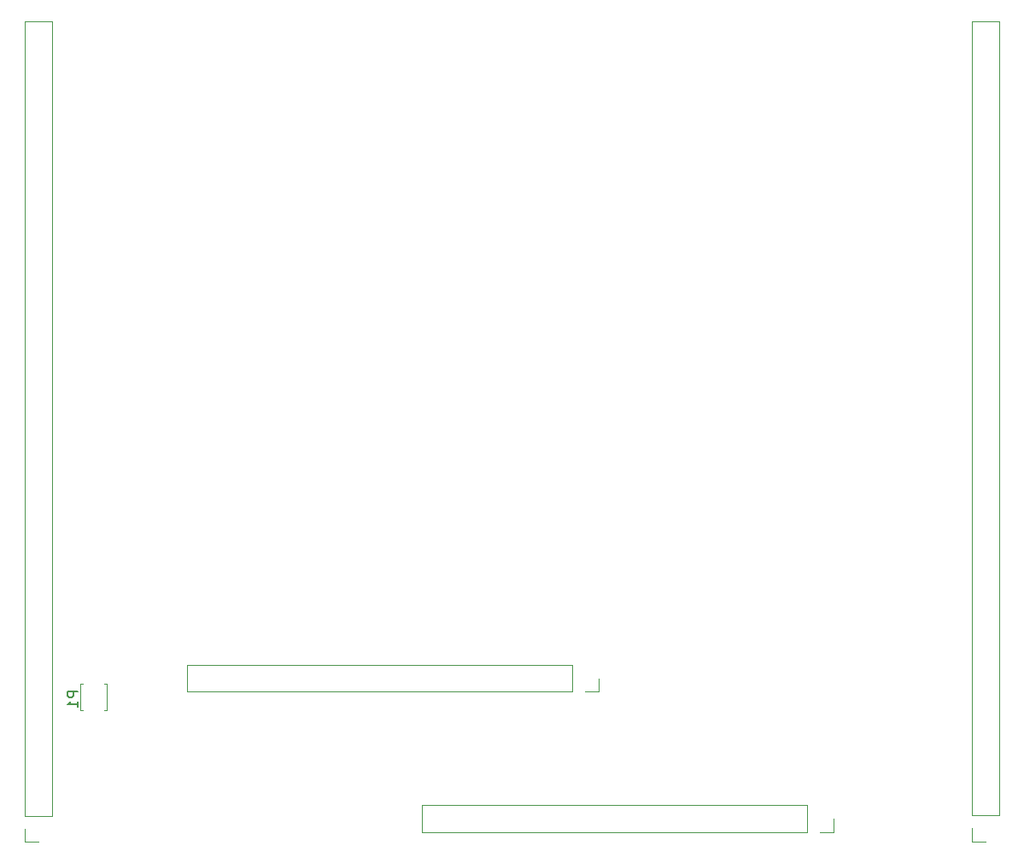
<source format=gbr>
%TF.GenerationSoftware,KiCad,Pcbnew,7.0.8*%
%TF.CreationDate,2024-05-13T00:37:04+01:00*%
%TF.ProjectId,Polygonus-Universal-Base,506f6c79-676f-46e7-9573-2d556e697665,rev?*%
%TF.SameCoordinates,Original*%
%TF.FileFunction,Legend,Bot*%
%TF.FilePolarity,Positive*%
%FSLAX46Y46*%
G04 Gerber Fmt 4.6, Leading zero omitted, Abs format (unit mm)*
G04 Created by KiCad (PCBNEW 7.0.8) date 2024-05-13 00:37:04*
%MOMM*%
%LPD*%
G01*
G04 APERTURE LIST*
%ADD10C,0.150000*%
%ADD11C,0.120000*%
%ADD12R,1.700000X1.700000*%
%ADD13O,1.700000X1.700000*%
%ADD14R,1.600000X1.600000*%
%ADD15C,1.600000*%
%ADD16C,1.700000*%
%ADD17C,1.524000*%
%ADD18O,1.600000X1.600000*%
%ADD19C,2.780000*%
%ADD20C,4.000000*%
%ADD21C,2.200000*%
%ADD22C,3.500000*%
%ADD23R,1.350000X1.350000*%
%ADD24O,1.350000X1.350000*%
G04 APERTURE END LIST*
D10*
X91674754Y-118466368D02*
X90674754Y-118466368D01*
X90674754Y-118466368D02*
X90674754Y-118847320D01*
X90674754Y-118847320D02*
X90722373Y-118942558D01*
X90722373Y-118942558D02*
X90769992Y-118990177D01*
X90769992Y-118990177D02*
X90865230Y-119037796D01*
X90865230Y-119037796D02*
X91008087Y-119037796D01*
X91008087Y-119037796D02*
X91103325Y-118990177D01*
X91103325Y-118990177D02*
X91150944Y-118942558D01*
X91150944Y-118942558D02*
X91198563Y-118847320D01*
X91198563Y-118847320D02*
X91198563Y-118466368D01*
X91674754Y-119990177D02*
X91674754Y-119418749D01*
X91674754Y-119704463D02*
X90674754Y-119704463D01*
X90674754Y-119704463D02*
X90817611Y-119609225D01*
X90817611Y-119609225D02*
X90912849Y-119513987D01*
X90912849Y-119513987D02*
X90960468Y-119418749D01*
D11*
%TO.C,P1*%
X91888000Y-120329000D02*
X91888000Y-117669000D01*
X92182462Y-117669000D02*
X91888000Y-117669000D01*
X92193627Y-120329000D02*
X91888000Y-120329000D01*
X94242373Y-117669000D02*
X94548000Y-117669000D01*
X94253538Y-120329000D02*
X94548000Y-120329000D01*
X94548000Y-117669000D02*
X94548000Y-120329000D01*
%TO.C,J2*%
X183002763Y-130742059D02*
X183002763Y-51942059D01*
X180342763Y-133342059D02*
X181672763Y-133342059D01*
X180342763Y-132012059D02*
X180342763Y-133342059D01*
X180342763Y-130742059D02*
X183002763Y-130742059D01*
X180342763Y-130742059D02*
X180342763Y-51942059D01*
X180342763Y-51942059D02*
X183002763Y-51942059D01*
X166560080Y-132356287D02*
X166560080Y-131026287D01*
X165230080Y-132356287D02*
X166560080Y-132356287D01*
X163960080Y-132356287D02*
X163960080Y-129696287D01*
X163960080Y-132356287D02*
X125800080Y-132356287D01*
X163960080Y-129696287D02*
X125800080Y-129696287D01*
X143283794Y-118464404D02*
X143283794Y-117134404D01*
X141953794Y-118464404D02*
X143283794Y-118464404D01*
X140683794Y-118464404D02*
X140683794Y-115804404D01*
X140683794Y-118464404D02*
X102523794Y-118464404D01*
X140683794Y-115804404D02*
X102523794Y-115804404D01*
X125800080Y-132356287D02*
X125800080Y-129696287D01*
X102523794Y-118464404D02*
X102523794Y-115804404D01*
X89090080Y-130747154D02*
X89090080Y-51947154D01*
X86430080Y-133347154D02*
X87760080Y-133347154D01*
X86430080Y-132017154D02*
X86430080Y-133347154D01*
X86430080Y-130747154D02*
X89090080Y-130747154D01*
X86430080Y-130747154D02*
X86430080Y-51947154D01*
X86430080Y-51947154D02*
X89090080Y-51947154D01*
%TD*%
%LPC*%
D12*
%TO.C,J5*%
X93888235Y-91017793D03*
D13*
X93888235Y-93557793D03*
X93888235Y-96097793D03*
X93888235Y-98637793D03*
X93888235Y-101177793D03*
X93888235Y-103717793D03*
X93888235Y-106257793D03*
%TD*%
D14*
%TO.C,C2*%
X101112052Y-65110107D03*
D15*
X104612052Y-65110107D03*
%TD*%
D16*
%TO.C,P1*%
X93218000Y-118999000D03*
%TD*%
D17*
%TO.C,U1*%
X190269349Y-141724815D03*
X192809349Y-141724815D03*
X195349349Y-141724815D03*
X197889349Y-141724815D03*
X200429349Y-141724815D03*
X202969349Y-141724815D03*
X205509349Y-141724815D03*
X208049349Y-141724815D03*
X190269349Y-116324815D03*
X192809349Y-116324815D03*
X195349349Y-116324815D03*
X197889349Y-116324815D03*
X200429349Y-116324815D03*
X202969349Y-116324815D03*
X205509349Y-116324815D03*
X208049349Y-116324815D03*
%TD*%
D14*
%TO.C,A1*%
X151360000Y-105209750D03*
D18*
X151360000Y-107749750D03*
X151360000Y-110289750D03*
X151360000Y-112829750D03*
X151360000Y-115369750D03*
X151360000Y-117909750D03*
X151360000Y-120449750D03*
X151360000Y-122989750D03*
X164060000Y-122989750D03*
X164060000Y-120449750D03*
X164060000Y-117909750D03*
X164060000Y-115369750D03*
X164060000Y-112829750D03*
X164060000Y-110289750D03*
X164060000Y-107749750D03*
X164060000Y-105209750D03*
%TD*%
D19*
%TO.C,F1*%
X192364464Y-50542664D03*
X188964464Y-50542664D03*
X192364464Y-60462664D03*
X188964464Y-60462664D03*
%TD*%
D20*
%TO.C,J1*%
X72000000Y-35490000D03*
D21*
X75550000Y-39340000D03*
X199350000Y-39340000D03*
D20*
X202900000Y-35490000D03*
D15*
X101700000Y-38340000D03*
X101700000Y-35840000D03*
X101700000Y-33340000D03*
X101700000Y-30840000D03*
X99200000Y-38340000D03*
X99200000Y-35840000D03*
X99200000Y-33340000D03*
X99200000Y-30840000D03*
X96700000Y-38340000D03*
X96700000Y-35840000D03*
X96700000Y-33340000D03*
X96700000Y-30840000D03*
X94200000Y-38340000D03*
X94200000Y-35840000D03*
X94200000Y-33340000D03*
X94200000Y-30840000D03*
X91700000Y-38340000D03*
X91700000Y-35840000D03*
X91700000Y-33340000D03*
X91700000Y-30840000D03*
X89200000Y-38340000D03*
X89200000Y-35840000D03*
X89200000Y-33340000D03*
X89200000Y-30840000D03*
X85700000Y-38340000D03*
X85700000Y-35840000D03*
X85700000Y-33340000D03*
X85700000Y-30840000D03*
X82000000Y-38340000D03*
X82000000Y-35840000D03*
X82000000Y-33340000D03*
X82000000Y-30840000D03*
X156700000Y-38340000D03*
X156700000Y-35840000D03*
X156700000Y-33340000D03*
X156700000Y-30840000D03*
X154200000Y-38340000D03*
X154200000Y-35840000D03*
X154200000Y-33340000D03*
X154200000Y-30840000D03*
X151700000Y-38340000D03*
X151700000Y-35840000D03*
X151700000Y-33340000D03*
X151700000Y-30840000D03*
X149200000Y-38340000D03*
X149200000Y-35840000D03*
X149200000Y-33340000D03*
X149200000Y-30840000D03*
X146700000Y-38340000D03*
X146700000Y-35840000D03*
X146700000Y-33340000D03*
X146700000Y-30840000D03*
X144200000Y-38340000D03*
X144200000Y-35840000D03*
X144200000Y-33340000D03*
X144200000Y-30840000D03*
X141700000Y-38340000D03*
X141700000Y-35840000D03*
X141700000Y-33340000D03*
X141700000Y-30840000D03*
X139200000Y-38340000D03*
X139200000Y-35840000D03*
X139200000Y-33340000D03*
X139200000Y-30840000D03*
X136700000Y-38340000D03*
X136700000Y-35840000D03*
X136700000Y-33340000D03*
X136700000Y-30840000D03*
X134200000Y-38340000D03*
X134200000Y-35840000D03*
X134200000Y-33340000D03*
X134200000Y-30840000D03*
X130700000Y-38340000D03*
X130700000Y-35840000D03*
X130700000Y-33340000D03*
X130700000Y-30840000D03*
X127000000Y-38340000D03*
X127000000Y-35840000D03*
X127000000Y-33340000D03*
X127000000Y-30840000D03*
X173500000Y-38340000D03*
X173500000Y-35840000D03*
X173500000Y-33340000D03*
X173500000Y-30840000D03*
X176000000Y-38340000D03*
X176000000Y-35840000D03*
X176000000Y-33340000D03*
X176000000Y-30840000D03*
X178500000Y-38340000D03*
X178500000Y-35840000D03*
X178500000Y-33340000D03*
X178500000Y-30840000D03*
X181000000Y-38340000D03*
X181000000Y-35840000D03*
X181000000Y-33340000D03*
X181000000Y-30840000D03*
X183500000Y-38340000D03*
X183500000Y-35840000D03*
X183500000Y-33340000D03*
X183500000Y-30840000D03*
X186000000Y-38340000D03*
X186000000Y-35840000D03*
X186000000Y-33340000D03*
X186000000Y-30840000D03*
X189500000Y-38340000D03*
X189500000Y-35840000D03*
X189500000Y-33340000D03*
X189500000Y-30840000D03*
X193200000Y-38340000D03*
X193200000Y-35840000D03*
X193200000Y-33340000D03*
X193200000Y-30840000D03*
%TD*%
D12*
%TO.C,J4*%
X200849999Y-92720000D03*
D16*
X200849999Y-95220000D03*
X202849999Y-95220000D03*
X202849999Y-92720000D03*
D22*
X205559999Y-87950000D03*
X205559999Y-99990000D03*
%TD*%
D23*
%TO.C,J3*%
X194310000Y-99250000D03*
D24*
X194310000Y-97250000D03*
X194310000Y-95250000D03*
X194310000Y-93250000D03*
X194310000Y-91250000D03*
%TD*%
D17*
%TO.C,U2*%
X61611115Y-135011435D03*
X64151115Y-135011435D03*
X66691115Y-135011435D03*
X69231115Y-135011435D03*
X71771115Y-135011435D03*
X74311115Y-135011435D03*
X76851115Y-135011435D03*
X79391115Y-135011435D03*
X61611115Y-109611435D03*
X64151115Y-109611435D03*
X66691115Y-109611435D03*
X69231115Y-109611435D03*
X71771115Y-109611435D03*
X74311115Y-109611435D03*
X76851115Y-109611435D03*
X79391115Y-109611435D03*
%TD*%
D12*
%TO.C,J2*%
X181672763Y-132012059D03*
D13*
X181672763Y-129472059D03*
X181672763Y-126932059D03*
X181672763Y-124392059D03*
X181672763Y-121852059D03*
X181672763Y-119312059D03*
X181672763Y-116772059D03*
X181672763Y-114232059D03*
X181672763Y-111692059D03*
X181672763Y-109152059D03*
X181672763Y-106612059D03*
X181672763Y-104072059D03*
X181672763Y-101532059D03*
X181672763Y-98992059D03*
X181672763Y-96452059D03*
X181672763Y-93912059D03*
X181672763Y-91372059D03*
X181672763Y-88832059D03*
X181672763Y-86292059D03*
X181672763Y-83752059D03*
X181672763Y-81212059D03*
X181672763Y-78672059D03*
X181672763Y-76132059D03*
X181672763Y-73592059D03*
X181672763Y-71052059D03*
X181672763Y-68512059D03*
X181672763Y-65972059D03*
X181672763Y-63432059D03*
X181672763Y-60892059D03*
X181672763Y-58352059D03*
X181672763Y-55812059D03*
X181672763Y-53272059D03*
D12*
X87760080Y-132017154D03*
D13*
X87760080Y-129477154D03*
X87760080Y-126937154D03*
X87760080Y-124397154D03*
X87760080Y-121857154D03*
X87760080Y-119317154D03*
X87760080Y-116777154D03*
X87760080Y-114237154D03*
X87760080Y-111697154D03*
X87760080Y-109157154D03*
X87760080Y-106617154D03*
X87760080Y-104077154D03*
X87760080Y-101537154D03*
X87760080Y-98997154D03*
X87760080Y-96457154D03*
X87760080Y-93917154D03*
X87760080Y-91377154D03*
X87760080Y-88837154D03*
X87760080Y-86297154D03*
X87760080Y-83757154D03*
X87760080Y-81217154D03*
X87760080Y-78677154D03*
X87760080Y-76137154D03*
X87760080Y-73597154D03*
X87760080Y-71057154D03*
X87760080Y-68517154D03*
X87760080Y-65977154D03*
X87760080Y-63437154D03*
X87760080Y-60897154D03*
X87760080Y-58357154D03*
X87760080Y-55817154D03*
X87760080Y-53277154D03*
D12*
X165230080Y-131026287D03*
D13*
X162690080Y-131026287D03*
X160150080Y-131026287D03*
X157610080Y-131026287D03*
X155070080Y-131026287D03*
X152530080Y-131026287D03*
X149990080Y-131026287D03*
X147450080Y-131026287D03*
X144910080Y-131026287D03*
X142370080Y-131026287D03*
X139830080Y-131026287D03*
X137290080Y-131026287D03*
X134750080Y-131026287D03*
X132210080Y-131026287D03*
X129670080Y-131026287D03*
X127130080Y-131026287D03*
D12*
X141953794Y-117134404D03*
D13*
X139413794Y-117134404D03*
X136873794Y-117134404D03*
X134333794Y-117134404D03*
X131793794Y-117134404D03*
X129253794Y-117134404D03*
X126713794Y-117134404D03*
X124173794Y-117134404D03*
X121633794Y-117134404D03*
X119093794Y-117134404D03*
X116553794Y-117134404D03*
X114013794Y-117134404D03*
X111473794Y-117134404D03*
X108933794Y-117134404D03*
X106393794Y-117134404D03*
X103853794Y-117134404D03*
D15*
X164425871Y-101751522D03*
X161925871Y-101751522D03*
X159425871Y-101751522D03*
X156925871Y-101751522D03*
D14*
X154425871Y-101751522D03*
D12*
X117154579Y-56302538D03*
D13*
X114614579Y-56302538D03*
X112074579Y-56302538D03*
X109534579Y-56302538D03*
X106994579Y-56302538D03*
X104454579Y-56302538D03*
%TD*%
%LPD*%
M02*

</source>
